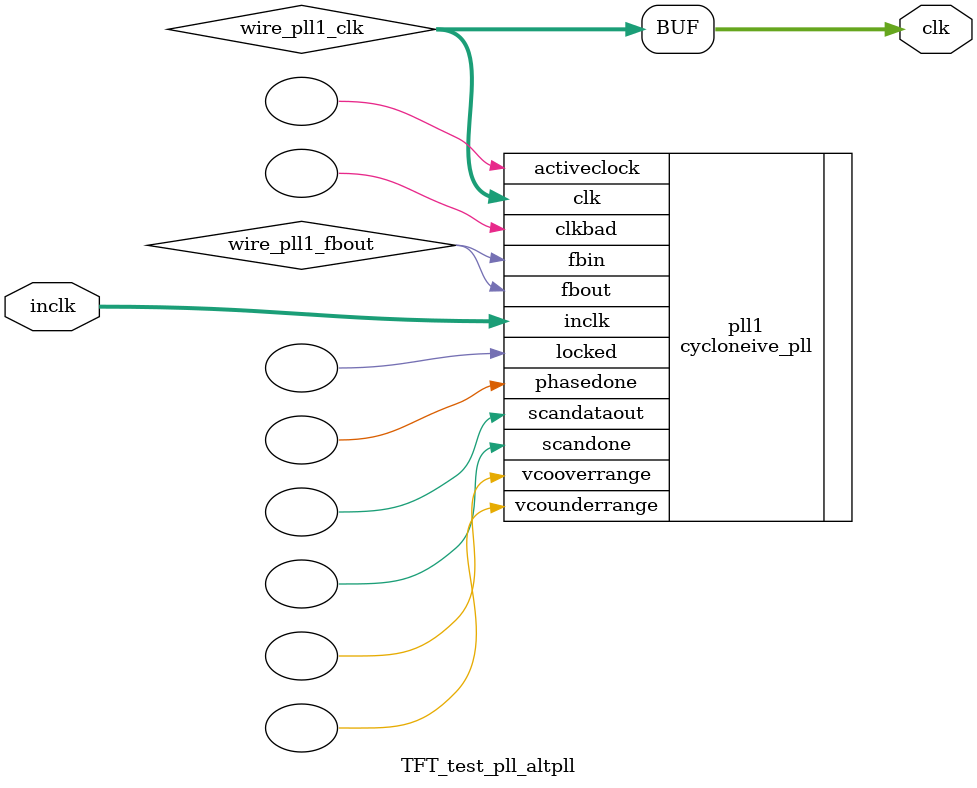
<source format=v>






//synthesis_resources = cycloneive_pll 1 
//synopsys translate_off
`timescale 1 ps / 1 ps
//synopsys translate_on
module  TFT_test_pll_altpll
	( 
	clk,
	inclk) /* synthesis synthesis_clearbox=1 */;
	output   [4:0]  clk;
	input   [1:0]  inclk;
`ifndef ALTERA_RESERVED_QIS
// synopsys translate_off
`endif
	tri0   [1:0]  inclk;
`ifndef ALTERA_RESERVED_QIS
// synopsys translate_on
`endif

	wire  [4:0]   wire_pll1_clk;
	wire  wire_pll1_fbout;

	cycloneive_pll   pll1
	( 
	.activeclock(),
	.clk(wire_pll1_clk),
	.clkbad(),
	.fbin(wire_pll1_fbout),
	.fbout(wire_pll1_fbout),
	.inclk(inclk),
	.locked(),
	.phasedone(),
	.scandataout(),
	.scandone(),
	.vcooverrange(),
	.vcounderrange()
	`ifndef FORMAL_VERIFICATION
	// synopsys translate_off
	`endif
	,
	.areset(1'b0),
	.clkswitch(1'b0),
	.configupdate(1'b0),
	.pfdena(1'b1),
	.phasecounterselect({3{1'b0}}),
	.phasestep(1'b0),
	.phaseupdown(1'b0),
	.scanclk(1'b0),
	.scanclkena(1'b1),
	.scandata(1'b0)
	`ifndef FORMAL_VERIFICATION
	// synopsys translate_on
	`endif
	);
	defparam
		pll1.bandwidth_type = "auto",
		pll1.clk0_divide_by = 50,
		pll1.clk0_duty_cycle = 50,
		pll1.clk0_multiply_by = 9,
		pll1.clk0_phase_shift = "0",
		pll1.clk1_divide_by = 10000,
		pll1.clk1_duty_cycle = 50,
		pll1.clk1_multiply_by = 17,
		pll1.clk1_phase_shift = "0",
		pll1.clk2_divide_by = 25000,
		pll1.clk2_duty_cycle = 50,
		pll1.clk2_multiply_by = 1,
		pll1.clk2_phase_shift = "0",
		pll1.compensate_clock = "clk0",
		pll1.inclk0_input_frequency = 20000,
		pll1.operation_mode = "normal",
		pll1.pll_type = "auto",
		pll1.lpm_type = "cycloneive_pll";
	assign
		clk = {wire_pll1_clk[4:0]};
endmodule //TFT_test_pll_altpll
//VALID FILE

</source>
